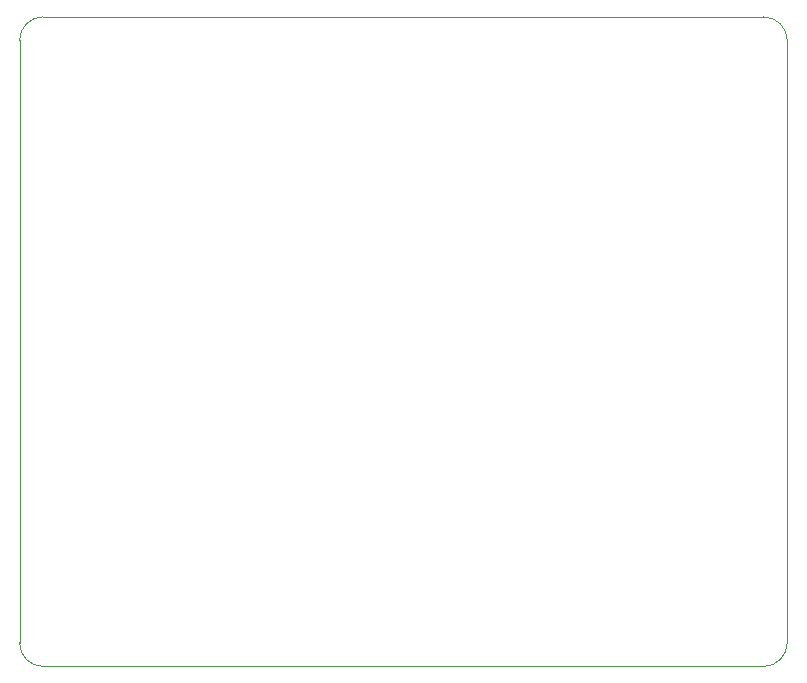
<source format=gbr>
G04 #@! TF.GenerationSoftware,KiCad,Pcbnew,5.1.5*
G04 #@! TF.CreationDate,2019-12-19T21:21:47+00:00*
G04 #@! TF.ProjectId,ESP32ControllerCircuit,45535033-3243-46f6-9e74-726f6c6c6572,rev?*
G04 #@! TF.SameCoordinates,Original*
G04 #@! TF.FileFunction,Profile,NP*
%FSLAX46Y46*%
G04 Gerber Fmt 4.6, Leading zero omitted, Abs format (unit mm)*
G04 Created by KiCad (PCBNEW 5.1.5) date 2019-12-19 21:21:47*
%MOMM*%
%LPD*%
G04 APERTURE LIST*
%ADD10C,0.050000*%
G04 APERTURE END LIST*
D10*
X137500000Y-79000000D02*
X137500000Y-130000000D01*
X135500000Y-77000000D02*
G75*
G02X137500000Y-79000000I0J-2000000D01*
G01*
X137500000Y-130000000D02*
G75*
G02X135500000Y-132000000I-2000000J0D01*
G01*
X135500000Y-77000000D02*
X74500000Y-77000000D01*
X74500000Y-132000000D02*
X135500000Y-132000000D01*
X72500000Y-130000000D02*
X72500000Y-79000000D01*
X74500000Y-132000000D02*
G75*
G02X72500000Y-130000000I0J2000000D01*
G01*
X72500000Y-79000000D02*
G75*
G02X74500000Y-77000000I2000000J0D01*
G01*
M02*

</source>
